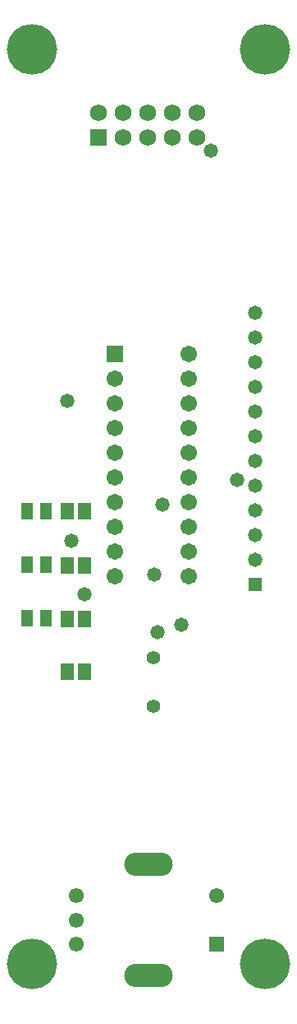
<source format=gbr>
%TF.GenerationSoftware,Altium Limited,Altium Designer,24.3.1 (35)*%
G04 Layer_Color=8388736*
%FSLAX45Y45*%
%MOMM*%
%TF.SameCoordinates,0FFCB549-CC09-4AA2-A398-349E3E2AD51F*%
%TF.FilePolarity,Negative*%
%TF.FileFunction,Soldermask,Top*%
%TF.Part,Single*%
G01*
G75*
%TA.AperFunction,ComponentPad*%
%ADD14C,1.55000*%
G04:AMPARAMS|DCode=21|XSize=2.4mm|YSize=5mm|CornerRadius=1.2mm|HoleSize=0mm|Usage=FLASHONLY|Rotation=90.000|XOffset=0mm|YOffset=0mm|HoleType=Round|Shape=RoundedRectangle|*
%AMROUNDEDRECTD21*
21,1,2.40000,2.60000,0,0,90.0*
21,1,0.00000,5.00000,0,0,90.0*
1,1,2.40000,1.30000,0.00000*
1,1,2.40000,1.30000,0.00000*
1,1,2.40000,-1.30000,0.00000*
1,1,2.40000,-1.30000,0.00000*
%
%ADD21ROUNDEDRECTD21*%
%ADD22R,1.55000X1.55000*%
%TA.AperFunction,SMDPad,CuDef*%
%ADD29R,1.15320X1.65320*%
%ADD30R,1.36320X1.67320*%
%TA.AperFunction,ViaPad*%
%ADD31C,5.20320*%
%TA.AperFunction,ComponentPad*%
%ADD32C,1.75320*%
%ADD33R,1.75320X1.75320*%
%ADD34C,1.47320*%
%ADD35R,1.47320X1.47320*%
%ADD36R,1.70320X1.70320*%
%ADD37C,1.70320*%
%ADD38C,1.40320*%
%TA.AperFunction,ViaPad*%
%ADD39C,1.47320*%
D14*
X750001Y999999D02*
D03*
Y750002D02*
D03*
Y500000D02*
D03*
X2200001Y999999D02*
D03*
D21*
X1500002Y1319998D02*
D03*
Y180001D02*
D03*
D22*
X2200001Y500000D02*
D03*
D29*
X442301Y4400000D02*
D03*
X242301D02*
D03*
Y3850001D02*
D03*
X442301D02*
D03*
Y4950999D02*
D03*
X242301D02*
D03*
D30*
X837499Y4399000D02*
D03*
X662498D02*
D03*
Y4949999D02*
D03*
X837499D02*
D03*
X662498Y3301153D02*
D03*
X837499D02*
D03*
Y3849001D02*
D03*
X662498D02*
D03*
D31*
X300000Y300000D02*
D03*
X2700000D02*
D03*
Y9700002D02*
D03*
X300000D02*
D03*
D32*
X2000001Y9050001D02*
D03*
X1746001D02*
D03*
X1492001D02*
D03*
X1238001D02*
D03*
X984001D02*
D03*
X2000001Y8796001D02*
D03*
X1746001D02*
D03*
X1492001D02*
D03*
X1238001D02*
D03*
D33*
X984001D02*
D03*
D34*
X2600000Y5469998D02*
D03*
Y6993998D02*
D03*
Y6739998D02*
D03*
Y6485998D02*
D03*
Y6231998D02*
D03*
Y5977998D02*
D03*
Y5723998D02*
D03*
Y5215998D02*
D03*
Y4961998D02*
D03*
Y4707998D02*
D03*
Y4453998D02*
D03*
D35*
Y4199998D02*
D03*
D36*
X1150000Y6573999D02*
D03*
D37*
Y6319999D02*
D03*
Y6065999D02*
D03*
Y5811999D02*
D03*
Y5557999D02*
D03*
Y5303999D02*
D03*
Y5049999D02*
D03*
Y4795999D02*
D03*
Y4541999D02*
D03*
Y4287999D02*
D03*
X1912000Y6573999D02*
D03*
Y6319999D02*
D03*
Y6065999D02*
D03*
Y5811999D02*
D03*
Y5557999D02*
D03*
Y5303999D02*
D03*
Y5049999D02*
D03*
Y4795999D02*
D03*
Y4541999D02*
D03*
Y4287999D02*
D03*
D38*
X1550000Y2950003D02*
D03*
Y3450002D02*
D03*
D39*
X700000Y4650000D02*
D03*
X662498Y6086496D02*
D03*
X1588760Y3707380D02*
D03*
X1560820Y4301740D02*
D03*
X1642100Y5023100D02*
D03*
X837499Y4099002D02*
D03*
X1835140Y3786120D02*
D03*
X2416800Y5279640D02*
D03*
X2139940Y8662920D02*
D03*
%TF.MD5,bf79a03b57ed70104ad13657f80cd9e1*%
M02*

</source>
